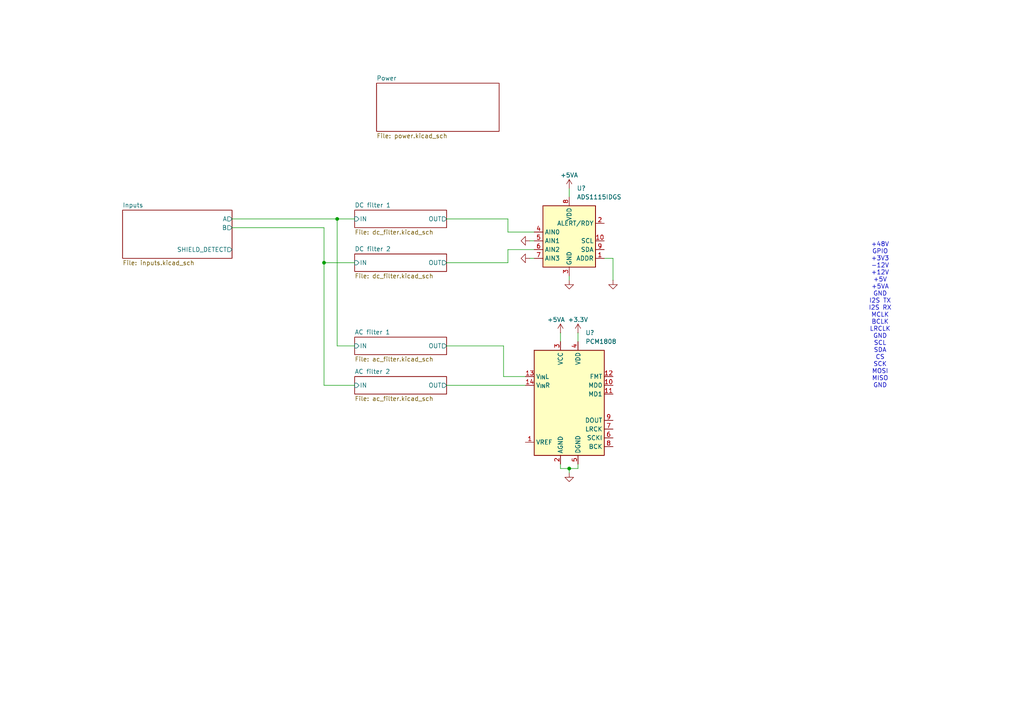
<source format=kicad_sch>
(kicad_sch (version 20250114) (generator "eeschema") (generator_version "9.0")
  (paper "A4")
  (lib_symbols
    (symbol "Analog_ADC:ADS1115IDGS"
      (property "Reference" "U" (at 2.54 13.97 0))
      (property "Value" "ADS1115IDGS" (at 7.62 11.43 0))
      (symbol "ADS1115IDGS_0_1"
        (rectangle (start -7.62 10.16) (end 7.62 -7.62) (stroke (width 0.254)) (fill (type background)))
      )
      (symbol "ADS1115IDGS_1_1"
        (pin input line (at -10.16 2.54 0) (length 2.54) (name "AIN0") (number "4"))
        (pin input line (at -10.16 0 0) (length 2.54) (name "AIN1") (number "5"))
        (pin input line (at -10.16 -2.54 0) (length 2.54) (name "AIN2") (number "6"))
        (pin input line (at -10.16 -5.08 0) (length 2.54) (name "AIN3") (number "7"))
        (pin power_in line (at 0 12.7 270) (length 2.54) (name "VDD") (number "8"))
        (pin power_in line (at 0 -10.16 90) (length 2.54) (name "GND") (number "3"))
        (pin output line (at 10.16 5.08 180) (length 2.54) (name "ALERT/RDY") (number "2"))
        (pin input line (at 10.16 0 180) (length 2.54) (name "SCL") (number "10"))
        (pin bidirectional line (at 10.16 -2.54 180) (length 2.54) (name "SDA") (number "9"))
        (pin input line (at 10.16 -5.08 180) (length 2.54) (name "ADDR") (number "1"))
      )
    )
    (symbol "audio_ics:PCM1808"
      (property "Reference" "U" (at 7.112 15.24 0))
      (property "Value" "PCM1808" (at 0 0 0))
      (symbol "PCM1808_1_1"
        (rectangle (start -10.16 13.97) (end 10.16 -16.51) (stroke (width 0.254)) (fill (type background)))
        (pin input line (at -12.7 6.35 0) (length 2.54) (name "V_{IN}L") (number "13"))
        (pin input line (at -12.7 3.81 0) (length 2.54) (name "V_{IN}R") (number "14"))
        (pin input line (at -12.7 -12.7 0) (length 2.54) (name "VREF") (number "1"))
        (pin power_in line (at -2.54 16.51 270) (length 2.54) (name "VCC") (number "3"))
        (pin power_in line (at -2.54 -19.05 90) (length 2.54) (name "AGND") (number "2"))
        (pin power_in line (at 2.54 16.51 270) (length 2.54) (name "VDD") (number "4"))
        (pin power_in line (at 2.54 -19.05 90) (length 2.54) (name "DGND") (number "5"))
        (pin input line (at 12.7 6.35 180) (length 2.54) (name "FMT") (number "12"))
        (pin input line (at 12.7 3.81 180) (length 2.54) (name "MD0") (number "10"))
        (pin input line (at 12.7 1.27 180) (length 2.54) (name "MD1") (number "11"))
        (pin output line (at 12.7 -6.35 180) (length 2.54) (name "DOUT") (number "9"))
        (pin input line (at 12.7 -8.89 180) (length 2.54) (name "LRCK") (number "7"))
        (pin input line (at 12.7 -11.43 180) (length 2.54) (name "SCKI") (number "6"))
        (pin input line (at 12.7 -13.97 180) (length 2.54) (name "BCK") (number "8"))
      )
    )
    (symbol "power:+3.3V" (power) (pin_numbers (hide yes)) (pin_names (offset 0) (hide yes))
      (property "Value" "+3.3V" (at 0 3.556 0))
      (symbol "+3.3V_0_1"
        (polyline (pts (xy -0.762 1.27) (xy 0 2.54)))
        (polyline (pts (xy 0 2.54) (xy 0.762 1.27)))
        (polyline (pts (xy 0 0) (xy 0 2.54)))
      )
      (symbol "+3.3V_1_1"
        (pin power_in line (at 0 0 90) (length 0) (name "~") (number "1"))
      )
    )
    (symbol "power:+5VA" (power) (pin_numbers (hide yes)) (pin_names (offset 0) (hide yes))
      (property "Value" "+5VA" (at 0 3.556 0))
      (symbol "+5VA_0_1"
        (polyline (pts (xy -0.762 1.27) (xy 0 2.54)))
        (polyline (pts (xy 0 2.54) (xy 0.762 1.27)))
        (polyline (pts (xy 0 0) (xy 0 2.54)))
      )
      (symbol "+5VA_1_1"
        (pin power_in line (at 0 0 90) (length 0) (name "~") (number "1"))
      )
    )
    (symbol "power:GND" (power) (pin_numbers (hide yes)) (pin_names (offset 0) (hide yes))
      (property "Value" "GND" (at 0 -3.81 0))
      (symbol "GND_0_1"
        (polyline (pts (xy 0 0) (xy 0 -1.27) (xy 1.27 -1.27) (xy 0 -2.54) (xy -1.27 -1.27) (xy 0 -1.27)))
      )
      (symbol "GND_1_1"
        (pin power_in line (at 0 0 270) (length 0) (name "~") (number "1"))
      )
    )
  )
  (text "+48V\nGPIO\n+3V3\n-12V\n+12V\n+5V\n+5VA\nGND\nI2S TX\nI2S RX\nMCLK\nBCLK\nLRCLK\nGND\nSCL\nSDA\nCS\nSCK\nMOSI\nMISO\nGND" (at 255.27 91.44 0) (effects (font (size 1.27 1.27))))
  (junction (at 165.1 135.89))
  (junction (at 97.79 63.5))
  (junction (at 93.98 76.2))
  (wire (pts (xy 147.32 72.39) (xy 154.94 72.39)))
  (wire (pts (xy 177.8 74.93) (xy 177.8 81.28)))
  (wire (pts (xy 165.1 54.61) (xy 165.1 57.15)))
  (wire (pts (xy 165.1 80.01) (xy 165.1 81.28)))
  (wire (pts (xy 129.54 63.5) (xy 147.32 63.5)))
  (wire (pts (xy 102.87 111.76) (xy 93.98 111.76)))
  (wire (pts (xy 97.79 63.5) (xy 102.87 63.5)))
  (wire (pts (xy 146.05 109.22) (xy 152.4 109.22)))
  (wire (pts (xy 102.87 100.33) (xy 97.79 100.33)))
  (wire (pts (xy 153.67 74.93) (xy 154.94 74.93)))
  (wire (pts (xy 165.1 137.16) (xy 165.1 135.89)))
  (wire (pts (xy 162.56 96.52) (xy 162.56 99.06)))
  (wire (pts (xy 153.67 69.85) (xy 154.94 69.85)))
  (wire (pts (xy 177.8 74.93) (xy 175.26 74.93)))
  (wire (pts (xy 93.98 76.2) (xy 102.87 76.2)))
  (wire (pts (xy 129.54 111.76) (xy 152.4 111.76)))
  (wire (pts (xy 67.31 63.5) (xy 97.79 63.5)))
  (wire (pts (xy 147.32 63.5) (xy 147.32 67.31)))
  (wire (pts (xy 167.64 135.89) (xy 167.64 134.62)))
  (wire (pts (xy 162.56 135.89) (xy 162.56 134.62)))
  (wire (pts (xy 165.1 135.89) (xy 162.56 135.89)))
  (wire (pts (xy 167.64 96.52) (xy 167.64 99.06)))
  (wire (pts (xy 129.54 100.33) (xy 146.05 100.33)))
  (wire (pts (xy 93.98 76.2) (xy 93.98 66.04)))
  (wire (pts (xy 146.05 100.33) (xy 146.05 109.22)))
  (wire (pts (xy 129.54 76.2) (xy 147.32 76.2)))
  (wire (pts (xy 93.98 111.76) (xy 93.98 76.2)))
  (wire (pts (xy 165.1 135.89) (xy 167.64 135.89)))
  (wire (pts (xy 147.32 76.2) (xy 147.32 72.39)))
  (wire (pts (xy 93.98 66.04) (xy 67.31 66.04)))
  (wire (pts (xy 147.32 67.31) (xy 154.94 67.31)))
  (wire (pts (xy 97.79 100.33) (xy 97.79 63.5)))
  (symbol (lib_id "power:GND") (at 177.8 81.28 0) (unit 1)
    (property "Reference" "#PWR035" (effects (hide yes)))
    (property "Value" "GND" (effects (hide yes)))
    (property "Description" "Power symbol creates a global label with name \"GND\" , ground" (effects (hide yes)))
  )
  (symbol (lib_id "power:+5VA") (at 162.56 96.52 0) (unit 1)
    (property "Reference" "#PWR012" (effects (hide yes)))
    (property "Value" "+5VA" (at 161.29 92.71 0))
    (property "Description" "Power symbol creates a global label with name \"+5VA\"" (effects (hide yes)))
  )
  (symbol (lib_id "power:GND") (at 153.67 74.93 270) (unit 1)
    (property "Reference" "#PWR01" (effects (hide yes)))
    (property "Value" "GND" (effects (hide yes)))
    (property "Description" "Power symbol creates a global label with name \"GND\" , ground" (effects (hide yes)))
  )
  (symbol (lib_id "power:GND") (at 165.1 137.16 0) (unit 1)
    (property "Reference" "#PWR017" (effects (hide yes)))
    (property "Value" "GND" (effects (hide yes)))
    (property "Description" "Power symbol creates a global label with name \"GND\" , ground" (effects (hide yes)))
  )
  (symbol (lib_id "power:GND") (at 153.67 69.85 270) (unit 1)
    (property "Reference" "#PWR09" (effects (hide yes)))
    (property "Value" "GND" (effects (hide yes)))
    (property "Description" "Power symbol creates a global label with name \"GND\" , ground" (effects (hide yes)))
  )
  (symbol (lib_id "power:+3.3V") (at 167.64 96.52 0) (unit 1)
    (property "Reference" "#PWR010" (effects (hide yes)))
    (property "Value" "+3.3V" (at 167.64 92.71 0))
    (property "Description" "Power symbol creates a global label with name \"+3.3V\"" (effects (hide yes)))
  )
  (symbol (lib_id "Analog_ADC:ADS1115IDGS") (at 165.1 69.85 0) (unit 1)
    (property "Reference" "U?" (at 167.2941 54.61 0) (effects (justify left)))
    (property "Value" "ADS1115IDGS" (at 167.2941 57.15 0) (effects (justify left)))
    (property "Footprint" "Package_SO:TSSOP-10_3x3mm_P0.5mm" (effects (hide yes)))
    (property "Datasheet" "http://www.ti.com/lit/ds/symlink/ads1113.pdf" (effects (hide yes)))
    (property "Description" "Ultra-Small, Low-Power, I2C-Compatible, 860-SPS, 16-Bit ADCs With Internal Reference, Oscillator, and Programmable Comparator, VSSOP-10" (effects (hide yes)))
  )
  (symbol (lib_id "audio_ics:PCM1808") (at 165.1 115.57 0) (unit 1)
    (property "Reference" "U?" (at 169.7833 96.52 0) (effects (justify left)))
    (property "Value" "PCM1808" (at 169.7833 99.06 0) (effects (justify left)))
    (property "Footprint" "Package_SO:TSSOP-14_4.4x5mm_P0.65mm" (effects (hide yes)))
    (property "Datasheet" "https://www.ti.com/lit/ds/symlink/pcm1808.pdf" (effects (hide yes)))
    (property "Description" "PCM1808 Single-Ended, Analog-Input 24-Bit, 96-kHz Stereo ADC" (effects (hide yes)))
    (property "Part" "PCM1808PWR" (effects (hide yes)))
    (property "LCSC" "C55513" (effects (hide yes)))
  )
  (symbol (lib_id "power:GND") (at 165.1 81.28 0) (unit 1)
    (property "Reference" "#PWR018" (effects (hide yes)))
    (property "Value" "GND" (effects (hide yes)))
    (property "Description" "Power symbol creates a global label with name \"GND\" , ground" (effects (hide yes)))
  )
  (symbol (lib_id "power:+5VA") (at 165.1 54.61 0) (unit 1)
    (property "Reference" "#PWR011" (effects (hide yes)))
    (property "Value" "+5VA" (at 165.1 50.8 0))
    (property "Description" "Power symbol creates a global label with name \"+5VA\"" (effects (hide yes)))
  )
  (sheet (at 109.22 24.13) (size 35.56 13.97) (stroke (width 0.1524))
    (property "Sheetname" "Power" (at 109.22 23.4184 0) (effects (justify left bottom)))
    (property "Sheetfile" "power.kicad_sch" (at 109.22 38.6846 0) (effects (justify left top)))
  )
  (sheet (at 102.87 97.79) (size 26.67 5.08) (stroke (width 0.1524))
    (property "Sheetname" "AC filter 1" (at 102.87 97.0784 0) (effects (justify left bottom)))
    (property "Sheetfile" "ac_filter.kicad_sch" (at 102.87 103.4546 0) (effects (justify left top)))
    (pin "IN" input (at 102.87 100.33 180))
    (pin "OUT" output (at 129.54 100.33 0))
  )
  (sheet (at 102.87 73.66) (size 26.67 5.08) (stroke (width 0.1524))
    (property "Sheetname" "DC filter 2" (at 102.87 72.9484 0) (effects (justify left bottom)))
    (property "Sheetfile" "dc_filter.kicad_sch" (at 102.87 79.3246 0) (effects (justify left top)))
    (pin "OUT" output (at 129.54 76.2 0))
    (pin "IN" input (at 102.87 76.2 180))
  )
  (sheet (at 102.87 60.96) (size 26.67 5.08) (stroke (width 0.1524))
    (property "Sheetname" "DC filter 1" (at 102.87 60.2484 0) (effects (justify left bottom)))
    (property "Sheetfile" "dc_filter.kicad_sch" (at 102.87 66.6246 0) (effects (justify left top)))
    (pin "OUT" output (at 129.54 63.5 0))
    (pin "IN" input (at 102.87 63.5 180))
  )
  (sheet (at 35.56 60.96) (size 31.75 13.97) (stroke (width 0.1524))
    (property "Sheetname" "Inputs" (at 35.56 60.2484 0) (effects (justify left bottom)))
    (property "Sheetfile" "inputs.kicad_sch" (at 35.56 75.5146 0) (effects (justify left top)))
    (pin "A" output (at 67.31 63.5 0))
    (pin "B" output (at 67.31 66.04 0))
    (pin "SHIELD_DETECT" output (at 67.31 72.39 0))
  )
  (sheet (at 102.87 109.22) (size 26.67 5.08) (stroke (width 0.1524))
    (property "Sheetname" "AC filter 2" (at 102.87 108.5084 0) (effects (justify left bottom)))
    (property "Sheetfile" "ac_filter.kicad_sch" (at 102.87 114.8846 0) (effects (justify left top)))
    (pin "IN" input (at 102.87 111.76 180))
    (pin "OUT" output (at 129.54 111.76 0))
  )
)
</source>
